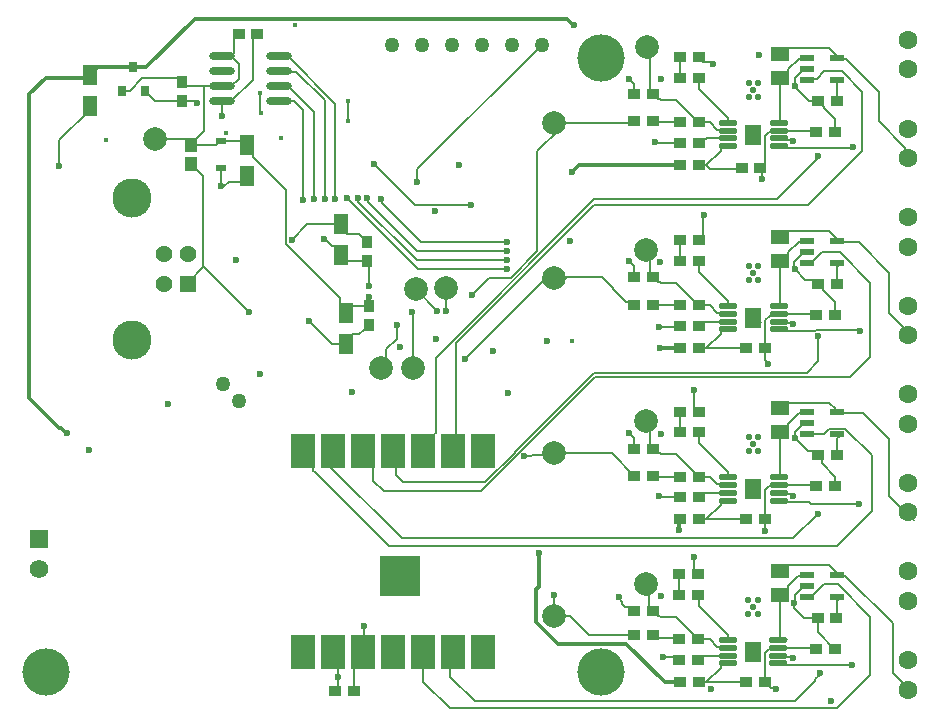
<source format=gbl>
G04*
G04 #@! TF.GenerationSoftware,Altium Limited,Altium Designer,24.8.2 (39)*
G04*
G04 Layer_Physical_Order=4*
G04 Layer_Color=16711680*
%FSLAX44Y44*%
%MOMM*%
G71*
G04*
G04 #@! TF.SameCoordinates,DE467F84-66AF-4C6A-BC95-973404F0CDF1*
G04*
G04*
G04 #@! TF.FilePolarity,Positive*
G04*
G01*
G75*
%ADD24C,2.0000*%
%ADD28R,1.0000X0.9500*%
G04:AMPARAMS|DCode=29|XSize=1.47mm|YSize=0.48mm|CornerRadius=0.06mm|HoleSize=0mm|Usage=FLASHONLY|Rotation=0.000|XOffset=0mm|YOffset=0mm|HoleType=Round|Shape=RoundedRectangle|*
%AMROUNDEDRECTD29*
21,1,1.4700,0.3600,0,0,0.0*
21,1,1.3500,0.4800,0,0,0.0*
1,1,0.1200,0.6750,-0.1800*
1,1,0.1200,-0.6750,-0.1800*
1,1,0.1200,-0.6750,0.1800*
1,1,0.1200,0.6750,0.1800*
%
%ADD29ROUNDEDRECTD29*%
G04:AMPARAMS|DCode=30|XSize=1.21mm|YSize=0.59mm|CornerRadius=0.0738mm|HoleSize=0mm|Usage=FLASHONLY|Rotation=0.000|XOffset=0mm|YOffset=0mm|HoleType=Round|Shape=RoundedRectangle|*
%AMROUNDEDRECTD30*
21,1,1.2100,0.4425,0,0,0.0*
21,1,1.0625,0.5900,0,0,0.0*
1,1,0.1475,0.5313,-0.2213*
1,1,0.1475,-0.5313,-0.2213*
1,1,0.1475,-0.5313,0.2213*
1,1,0.1475,0.5313,0.2213*
%
%ADD30ROUNDEDRECTD30*%
%ADD31R,0.9500X1.0000*%
%ADD34R,1.6002X1.2700*%
%ADD35R,1.2300X1.8000*%
%ADD40R,0.8300X0.6300*%
%ADD58C,1.2700*%
%ADD63R,1.5700X1.5700*%
%ADD64C,1.5700*%
%ADD69R,1.4300X1.7600*%
%ADD70C,0.2032*%
%ADD71C,0.3048*%
%ADD73C,4.0000*%
%ADD74C,1.6000*%
%ADD75C,1.4280*%
%ADD76R,1.4280X1.4280*%
%ADD77C,3.3160*%
%ADD78C,0.4500*%
%ADD79C,0.6000*%
%ADD80C,0.5500*%
%ADD85R,2.0000X3.0000*%
%ADD86R,2.0000X3.0000*%
%ADD87R,3.5000X3.5000*%
%ADD88O,2.2000X0.6000*%
%ADD89R,0.8000X0.9000*%
%ADD90R,1.0582X1.3061*%
D24*
X539000Y569000D02*
D03*
X368629Y364767D02*
D03*
X460000Y505000D02*
D03*
Y373534D02*
D03*
Y225000D02*
D03*
Y87255D02*
D03*
X343000Y364000D02*
D03*
X341000Y297000D02*
D03*
X314000D02*
D03*
X538000Y252000D02*
D03*
X537779Y114255D02*
D03*
X538000Y397000D02*
D03*
X122000Y491000D02*
D03*
D28*
X582500Y487750D02*
D03*
X566500D02*
D03*
X544000Y374000D02*
D03*
X528000D02*
D03*
X566500Y405250D02*
D03*
X582500D02*
D03*
X291000Y24000D02*
D03*
X275000D02*
D03*
X697779Y59255D02*
D03*
X681779D02*
D03*
X527932Y71240D02*
D03*
X543932D02*
D03*
X683279Y85506D02*
D03*
X699279D02*
D03*
X527779Y91255D02*
D03*
X543779D02*
D03*
X566278Y50005D02*
D03*
X582279D02*
D03*
X582279Y122506D02*
D03*
X566279D02*
D03*
X622779Y31256D02*
D03*
X638778D02*
D03*
X566278Y67505D02*
D03*
X582279D02*
D03*
X582779Y31256D02*
D03*
X566779D02*
D03*
X566278Y105006D02*
D03*
X582279D02*
D03*
X566500Y260250D02*
D03*
X582500D02*
D03*
X618849Y467000D02*
D03*
X634849D02*
D03*
X544000Y229000D02*
D03*
X528000D02*
D03*
X544000Y206000D02*
D03*
X528000D02*
D03*
Y529000D02*
D03*
X544000D02*
D03*
X528000Y506000D02*
D03*
X544000D02*
D03*
X682000Y197000D02*
D03*
X698000D02*
D03*
X699500Y223250D02*
D03*
X683500D02*
D03*
X582500Y560250D02*
D03*
X566500D02*
D03*
X683500Y523250D02*
D03*
X699500D02*
D03*
X698000Y497000D02*
D03*
X682000D02*
D03*
X582500Y187750D02*
D03*
X566500D02*
D03*
X639000Y169000D02*
D03*
X623000D02*
D03*
X566500Y542750D02*
D03*
X582500D02*
D03*
Y242750D02*
D03*
X566500D02*
D03*
X567000Y169000D02*
D03*
X583000D02*
D03*
X582500Y205250D02*
D03*
X566500D02*
D03*
Y332750D02*
D03*
X582500D02*
D03*
X566500Y350250D02*
D03*
X582500D02*
D03*
X583000Y314000D02*
D03*
X567000D02*
D03*
X528000Y351000D02*
D03*
X544000D02*
D03*
X566500Y387750D02*
D03*
X582500D02*
D03*
X583000Y469000D02*
D03*
X567000D02*
D03*
X566500Y505250D02*
D03*
X582500D02*
D03*
X623000Y314000D02*
D03*
X639000D02*
D03*
X698000Y342000D02*
D03*
X682000D02*
D03*
X683500Y368250D02*
D03*
X699500D02*
D03*
X209000Y580000D02*
D03*
X193000D02*
D03*
D29*
X650128Y47338D02*
D03*
Y53838D02*
D03*
Y60338D02*
D03*
Y66838D02*
D03*
X607128D02*
D03*
Y60338D02*
D03*
Y53838D02*
D03*
Y47338D02*
D03*
X650349Y185083D02*
D03*
Y191583D02*
D03*
Y198083D02*
D03*
Y204583D02*
D03*
X607349D02*
D03*
Y198083D02*
D03*
Y191583D02*
D03*
Y185083D02*
D03*
X650349Y330083D02*
D03*
Y336583D02*
D03*
Y343083D02*
D03*
Y349583D02*
D03*
X607349D02*
D03*
Y343083D02*
D03*
Y336583D02*
D03*
Y330083D02*
D03*
X650349Y485083D02*
D03*
Y491583D02*
D03*
Y498083D02*
D03*
Y504583D02*
D03*
X607349D02*
D03*
Y498083D02*
D03*
Y491583D02*
D03*
Y485083D02*
D03*
D30*
X699590Y103288D02*
D03*
Y122289D02*
D03*
X674490D02*
D03*
Y112788D02*
D03*
Y103288D02*
D03*
X699811Y386033D02*
D03*
Y405033D02*
D03*
X674712D02*
D03*
Y395533D02*
D03*
Y386033D02*
D03*
Y541033D02*
D03*
Y550533D02*
D03*
Y560033D02*
D03*
X699811D02*
D03*
Y541033D02*
D03*
Y241033D02*
D03*
Y260033D02*
D03*
X674712D02*
D03*
Y250533D02*
D03*
Y241033D02*
D03*
D31*
X302000Y403800D02*
D03*
Y387800D02*
D03*
X303416Y333779D02*
D03*
Y349779D02*
D03*
X145000Y539000D02*
D03*
Y523000D02*
D03*
D34*
X651117Y105345D02*
D03*
Y125666D02*
D03*
X651338Y263410D02*
D03*
Y243090D02*
D03*
Y543090D02*
D03*
Y563410D02*
D03*
Y408410D02*
D03*
Y388090D02*
D03*
D35*
X284000Y317800D02*
D03*
Y344000D02*
D03*
X280000Y392900D02*
D03*
Y419100D02*
D03*
X200000Y459900D02*
D03*
Y486100D02*
D03*
X67000Y518900D02*
D03*
Y545100D02*
D03*
D40*
X178000Y466850D02*
D03*
Y489150D02*
D03*
D58*
X449600Y571000D02*
D03*
X424200D02*
D03*
X398800D02*
D03*
X373400D02*
D03*
X348000D02*
D03*
X322600D02*
D03*
X193000Y269000D02*
D03*
X180000Y284000D02*
D03*
D63*
X24000Y152700D02*
D03*
D64*
Y127300D02*
D03*
D69*
X628628Y57088D02*
D03*
X628849Y194833D02*
D03*
Y339833D02*
D03*
Y494833D02*
D03*
D70*
X285807Y506194D02*
X286000Y506000D01*
X285613Y523500D02*
X285807Y523306D01*
Y506194D02*
Y523306D01*
X211000Y514668D02*
Y530000D01*
X205134Y475866D02*
X233000Y448000D01*
Y402000D02*
Y448000D01*
X361055Y345420D02*
Y345634D01*
X272000Y318000D02*
X281350D01*
X284000Y317800D02*
Y320650D01*
X253000Y337000D02*
X272000Y318000D01*
X281350D02*
X284000Y320650D01*
X344444Y465844D02*
X449600Y571000D01*
X344444Y455000D02*
Y465844D01*
X541000Y532000D02*
Y564000D01*
X699286Y146286D02*
X729000Y176000D01*
X257427Y209000D02*
X320141Y146286D01*
X699286D01*
X434857Y222441D02*
X441019D01*
X441921Y223343D02*
X466825D01*
X429714Y224330D02*
Y224774D01*
X441019Y222441D02*
X441921Y223343D01*
X429714Y224774D02*
X494940Y290000D01*
X711000D01*
X563291Y52993D02*
X566278Y50005D01*
X552516Y52993D02*
X563291D01*
X460000Y87255D02*
Y105000D01*
Y87255D02*
X473697D01*
X331000Y153000D02*
X662500D01*
X683500Y174000D01*
X271000Y213000D02*
X331000Y153000D01*
X473697Y87255D02*
X489713Y71240D01*
X527932D01*
X493678Y293048D02*
X674048D01*
X332057Y200502D02*
X401575D01*
X466825Y223343D02*
X467584Y222584D01*
X316000Y193000D02*
X398384D01*
X426666Y225592D02*
Y226036D01*
X493678Y293048D01*
X398384Y193000D02*
X429714Y224330D01*
X401575Y200502D02*
X426666Y225592D01*
X470000Y374286D02*
X500714D01*
X510000Y364274D02*
Y365000D01*
X525868Y353132D02*
X528000Y351000D01*
X521142Y353132D02*
X525868D01*
X500714Y374286D02*
X510000Y365000D01*
X460752Y374286D02*
X470000D01*
X510000Y364274D02*
X521142Y353132D01*
X460752Y373534D02*
X470000D01*
X460000D02*
X460752Y374286D01*
X453550Y373534D02*
X460752D01*
X423534D02*
X446000Y396000D01*
X494310Y440000D02*
X648640D01*
X377000Y318379D02*
X493621Y435000D01*
X377000Y227000D02*
Y318379D01*
X405087Y373534D02*
X423534D01*
X446000Y396000D02*
Y481000D01*
X360000Y242174D02*
Y305690D01*
X494310Y440000D01*
X493621Y435000D02*
X675415D01*
X345000Y381000D02*
X420610D01*
X349400Y232000D02*
X358384Y240984D01*
X349400Y227000D02*
Y232000D01*
X358384Y240984D02*
X358810D01*
X360000Y242174D01*
X675415Y435000D02*
X721000Y480585D01*
X465000Y500000D02*
X470000Y505000D01*
X446000Y481000D02*
X465000Y500000D01*
X372000Y36000D02*
X393080Y14920D01*
X663920D01*
X681350Y32350D01*
X342960Y363730D02*
X361055Y345634D01*
X368629Y345682D02*
Y364767D01*
X372000Y368138D02*
Y373000D01*
X368629Y364767D02*
X372000Y368138D01*
X385016Y305000D02*
X453550Y373534D01*
X272302Y400598D02*
X274866D01*
X264465Y408435D02*
X272302Y400598D01*
X274866D02*
X280000Y395464D01*
Y392900D02*
Y395464D01*
X634849Y467000D02*
X636000Y465849D01*
Y457000D02*
Y465849D01*
X635469Y457000D02*
X636000D01*
X639000Y467000D02*
Y484723D01*
X592000Y466000D02*
X618965D01*
X589000Y469000D02*
X592000Y466000D01*
X318000Y313000D02*
X327000Y322000D01*
X318000Y302000D02*
Y313000D01*
X327000Y322000D02*
Y334000D01*
X291125Y49525D02*
X299000Y57400D01*
X291125Y23875D02*
Y49525D01*
X273200Y57000D02*
X277000Y53200D01*
Y24000D02*
Y53200D01*
X315000Y299000D02*
X318000Y302000D01*
X285000Y441000D02*
X345000Y381000D01*
X343759Y388730D02*
X420000D01*
X294568Y437921D02*
X343759Y388730D01*
X343943Y396057D02*
X420554D01*
X302391Y437609D02*
X343943Y396057D01*
X314391Y436609D02*
X347200Y403800D01*
X420113D01*
X251286Y419000D02*
X279900D01*
X238286Y406000D02*
X251286Y419000D01*
X279900D02*
X280000Y419100D01*
X275000Y22321D02*
X277000Y20321D01*
X275000Y22321D02*
Y24000D01*
X280000Y392934D02*
X285134Y387800D01*
X178000Y489150D02*
X196950D01*
X177000D02*
X178000D01*
X648640Y440000D02*
X684000Y475360D01*
X586484Y408984D02*
Y426484D01*
X587000Y427000D01*
X684000Y475360D02*
Y476434D01*
X650349Y485083D02*
X651503Y483929D01*
X712930D01*
X713000Y484000D01*
X661505Y489216D02*
X662579D01*
X651733Y490199D02*
X660522D01*
X661505Y489216D01*
X650349Y491583D02*
X651733Y490199D01*
X664137Y536266D02*
Y543059D01*
X671612Y550533D01*
X663865Y535135D02*
X675750Y523250D01*
X683750D01*
X663865Y535994D02*
X664137Y536266D01*
X663865Y535135D02*
Y535994D01*
X661505Y334216D02*
X662579D01*
X650349Y330083D02*
X651503Y328930D01*
X660522Y335199D02*
X661505Y334216D01*
X681300Y328930D02*
X681674Y329304D01*
X651503Y328930D02*
X681300D01*
X651733Y335199D02*
X660522D01*
X718696Y329304D02*
X719000Y329000D01*
X681674Y329304D02*
X718696D01*
X650349Y336583D02*
X651733Y335199D01*
X677690Y182000D02*
X718000D01*
X675760Y183930D02*
X677690Y182000D01*
X647019Y26045D02*
X647779Y25286D01*
X639029Y31256D02*
X644239Y26045D01*
X647019D01*
X372016Y9000D02*
X700000D01*
X349400Y31616D02*
X372016Y9000D01*
X700000D02*
X728000Y37000D01*
X681350Y32350D02*
Y33965D01*
X685000Y37616D02*
Y38689D01*
X681350Y33965D02*
X685000Y37616D01*
X661284Y51471D02*
X662357D01*
X651512Y52454D02*
X660300D01*
X661284Y51471D01*
X650128Y47338D02*
X651281Y46185D01*
X650128Y53838D02*
X651512Y52454D01*
X651281Y46185D02*
X711815D01*
X712000Y46000D01*
X663578Y93971D02*
X672043Y85506D01*
X663312Y98195D02*
X663578Y97929D01*
Y93971D02*
Y97929D01*
X663860Y105259D02*
X671390Y112788D01*
X663021Y98250D02*
X663860Y99089D01*
Y105259D01*
X660522Y190199D02*
X661505Y189216D01*
X650349Y191583D02*
X651733Y190199D01*
X660522D01*
X650349Y185083D02*
X651503Y183930D01*
X661505Y189216D02*
X662579D01*
X651503Y183930D02*
X675760D01*
X257000Y440367D02*
Y513650D01*
X235000Y535650D02*
X257000Y513650D01*
X266000Y440367D02*
Y524253D01*
X242078Y548175D02*
X266000Y524253D01*
X274895Y440158D02*
Y521130D01*
X234975Y561050D02*
X274895Y521130D01*
X227000Y561050D02*
X234975D01*
X240050Y522950D02*
X247680Y515321D01*
Y439720D02*
Y515321D01*
X342714Y435286D02*
X365298D01*
X365583Y435000D01*
X390000D01*
X308000Y470000D02*
X342714Y435286D01*
X391000Y359447D02*
X405087Y373534D01*
X314000Y440000D02*
X314391Y439609D01*
Y436609D02*
Y439609D01*
X340365Y297635D02*
Y344365D01*
X339730Y345000D02*
X340365Y344365D01*
Y297635D02*
X341000Y297000D01*
X582750Y405250D02*
X586484Y408984D01*
X582500Y405250D02*
X582750D01*
X280000Y416250D02*
Y419100D01*
Y416250D02*
X285134Y411116D01*
X294934D01*
X302000Y404050D01*
Y403800D02*
Y404050D01*
X307005Y201995D02*
X316000Y193000D01*
X307005Y201995D02*
Y218595D01*
X298600Y227000D02*
X307005Y218595D01*
X257427Y209000D02*
X257427D01*
X256237Y210190D02*
X257427Y209000D01*
X247800Y227000D02*
X256237Y218563D01*
Y210190D02*
Y218563D01*
X639000Y159266D02*
Y168779D01*
X467584Y222584D02*
X470000Y225000D01*
X349400Y31616D02*
Y53000D01*
X372000Y36000D02*
Y53000D01*
X303352Y367066D02*
Y386448D01*
X163000Y383795D02*
X201794Y345000D01*
X202000D01*
X544750Y205250D02*
X566500D01*
X543750Y206250D02*
X544750Y205250D01*
X326000Y206559D02*
Y226000D01*
Y206559D02*
X332057Y200502D01*
X271000Y213000D02*
Y226000D01*
X703862Y548424D02*
X721000Y531286D01*
Y480585D02*
Y531286D01*
X675769Y542091D02*
X682468D01*
X688801Y548424D01*
X703862D01*
X674712Y541033D02*
X675769Y542091D01*
X391000Y359000D02*
Y359447D01*
X299000Y57400D02*
Y79000D01*
X683581Y368419D02*
X687484Y364516D01*
X299682Y329795D02*
X303416Y333529D01*
X299432Y329795D02*
X299682D01*
X284000Y320650D02*
X289134Y325784D01*
X303416Y333529D02*
Y333779D01*
X295420Y325784D02*
X299432Y329795D01*
X289134Y325784D02*
X295420D01*
X700320Y114000D02*
X728000Y86320D01*
Y37000D02*
Y86320D01*
X747000Y39000D02*
X762514Y23486D01*
X747000Y39000D02*
Y81079D01*
X706757Y121321D02*
X747000Y81079D01*
X702323Y123256D02*
X704257Y121321D01*
X706757D01*
X688302Y114000D02*
X700320D01*
X674490Y103288D02*
X677590D01*
X688302Y114000D01*
X711000Y290000D02*
X728000Y307000D01*
X702211Y395075D02*
X728000Y369286D01*
Y307000D02*
Y369286D01*
X717934Y404066D02*
X744000Y378000D01*
X704478Y404066D02*
X717934D01*
X744000Y344000D02*
Y378000D01*
Y344000D02*
X760000Y328000D01*
X744000Y189000D02*
Y237000D01*
Y189000D02*
X759000Y174000D01*
X721934Y259066D02*
X744000Y237000D01*
X729000Y176000D02*
Y223286D01*
X578295Y126240D02*
Y137000D01*
X706271Y246015D02*
X729000Y223286D01*
X700779Y259066D02*
X721934D01*
X693352Y246015D02*
X706271D01*
X688370Y241033D02*
X693352Y246015D01*
X674712Y241033D02*
X688370D01*
X638889Y168889D02*
X639000Y168779D01*
X578295Y126240D02*
X582029Y122506D01*
X639000Y169000D02*
Y184723D01*
Y303803D02*
Y337505D01*
X655707Y130255D02*
X692843D01*
X652768Y105345D02*
X658102Y110680D01*
X650073Y67592D02*
X650486D01*
X658102Y112331D02*
X667093Y121321D01*
X658102Y110680D02*
Y112331D01*
X524000Y387750D02*
X528000Y383750D01*
Y374000D02*
Y383750D01*
X683864Y302864D02*
Y324018D01*
X674048Y293048D02*
X683864Y302864D01*
X470000Y225000D02*
X509000D01*
X704178Y404366D02*
X704478Y404066D01*
X760000Y325000D02*
Y328000D01*
X677812Y386033D02*
X686853Y395075D01*
X702211D01*
X674712Y386033D02*
X677812D01*
X707165Y558572D02*
X735000Y530737D01*
Y506250D02*
X757614Y483636D01*
X735000Y506250D02*
Y530737D01*
X757614Y477386D02*
X760000Y475000D01*
X757614Y477386D02*
Y483636D01*
X683750Y523250D02*
X688801Y518199D01*
Y517015D02*
X698000Y507816D01*
X688801Y517015D02*
Y518199D01*
X698000Y497000D02*
Y507816D01*
X578516Y263984D02*
Y278638D01*
X639000Y303803D02*
X641000Y301803D01*
Y301000D02*
Y301803D01*
X578516Y263984D02*
X582250Y260250D01*
X582500D01*
X639000Y337505D02*
X643193Y341699D01*
X648965D02*
X650349Y343083D01*
X643193Y341699D02*
X648965D01*
X41000Y490050D02*
X67000Y516050D01*
Y518900D01*
X41000Y468000D02*
Y490050D01*
X700000Y368250D02*
Y383132D01*
Y223250D02*
Y238132D01*
X699500Y223250D02*
X700000D01*
X699779Y85506D02*
Y100387D01*
X700000Y383132D02*
X701934Y385066D01*
X699811Y539099D02*
X700779Y540066D01*
X700000Y238132D02*
X701934Y240066D01*
X699779Y100387D02*
X701713Y102322D01*
X582029Y122506D02*
X582279D01*
X683279Y73505D02*
X697529Y59255D01*
X683279Y73505D02*
Y85506D01*
X697529Y59255D02*
X697779D01*
X543779Y68256D02*
X565529D01*
X566278Y67505D01*
X566279Y103969D02*
Y121469D01*
X582779Y95605D02*
Y106151D01*
X588779Y31256D02*
X622779D01*
X514779Y102452D02*
Y103256D01*
Y102452D02*
X517920Y99311D01*
Y97114D02*
Y99311D01*
Y97114D02*
X520045Y94989D01*
X524045D02*
X527779Y91255D01*
X520045Y94989D02*
X524045D01*
X540779Y94255D02*
Y112255D01*
Y94255D02*
X543779Y91255D01*
X651117Y125666D02*
X655707Y130255D01*
X651117Y105345D02*
X652768D01*
X667093Y121321D02*
X678557D01*
X698623Y123256D02*
X700557Y121321D01*
X703657D01*
X701713Y102322D02*
X703657D01*
X698623Y123256D02*
Y124475D01*
X692843Y130255D02*
X698623Y124475D01*
X586263Y53740D02*
X588263D01*
X588361Y53838D01*
X585779Y53256D02*
X586263Y53740D01*
X588779Y31256D02*
X601172Y43649D01*
X582779Y31256D02*
X588779D01*
X563279Y86505D02*
X578294Y71490D01*
X582779Y95605D02*
X607128Y71255D01*
X585779Y51255D02*
Y53256D01*
X578294Y71240D02*
Y71490D01*
Y71240D02*
X582029Y67505D01*
X582279D02*
X591880D01*
X606076Y61390D02*
X607128Y60338D01*
X591880Y67505D02*
X597995Y61390D01*
X606076D01*
X582029Y67505D02*
X582279D01*
X602556Y47338D02*
X607128D01*
X601172Y45954D02*
X602556Y47338D01*
X588361Y53838D02*
X607128D01*
Y66838D02*
Y71255D01*
X638778Y31256D02*
X639029D01*
X638778Y46978D02*
X638826Y47026D01*
X638778Y31256D02*
Y46978D01*
X641867Y59286D02*
X649076D01*
X650128Y60338D01*
X613287Y68047D02*
X614329Y67006D01*
X638826Y47026D02*
Y56245D01*
X601172Y43649D02*
Y45954D01*
X545050Y90234D02*
X547763Y87521D01*
X549263D01*
X550279Y86505D02*
X563279D01*
X549263Y87521D02*
X550279Y86505D01*
X680696Y60338D02*
X681779Y59255D01*
X651117Y68222D02*
Y105345D01*
X650128Y60338D02*
X680696D01*
X638826Y56245D02*
X641867Y59286D01*
X650486Y67592D02*
X651117Y68222D01*
X656287Y68047D02*
X657329Y67006D01*
X672043Y85506D02*
X683279D01*
X671390Y112788D02*
X674490D01*
X700779Y540066D02*
X703878D01*
X699500Y523250D02*
X699811Y523562D01*
Y539099D01*
X699500Y523250D02*
X701273D01*
X663842Y380943D02*
X672801Y371984D01*
X663488Y381297D02*
X663842Y380943D01*
X683500Y223250D02*
X686717Y220033D01*
X679766Y226984D02*
X683500Y223250D01*
X686717Y216642D02*
Y220033D01*
X698000Y197000D02*
Y205359D01*
X686717Y216642D02*
X698000Y205359D01*
X674761Y226984D02*
X679766D01*
X664000Y237745D02*
X674761Y226984D01*
X664121Y243043D02*
X671612Y250533D01*
X664121Y237866D02*
Y243043D01*
X671612Y250533D02*
X674712D01*
X664000Y237745D02*
X664121Y237866D01*
X672801Y371984D02*
X679766D01*
X683500Y368250D01*
X663488Y381297D02*
Y387410D01*
X669678Y393599D01*
Y393599D01*
X671612Y395533D01*
X674712D01*
X650708Y350336D02*
X651338Y350967D01*
Y388090D02*
X652989D01*
X650294Y350336D02*
X650708D01*
X651338Y350967D02*
Y388090D01*
X693064Y413000D02*
X698845Y407220D01*
Y406000D02*
Y407220D01*
X700779Y404066D02*
X703878D01*
X698845Y406000D02*
X700779Y404066D01*
X655928Y413000D02*
X693064D01*
X659845Y198083D02*
X660288Y198526D01*
X680474D02*
X682000Y197000D01*
X660288Y198526D02*
X680474D01*
X650349Y198083D02*
X659845D01*
X701934Y385066D02*
X703878D01*
X658323Y395075D02*
X667314Y404066D01*
X658323Y393424D02*
Y395075D01*
X652989Y388090D02*
X658323Y393424D01*
X639047Y484770D02*
Y493990D01*
X642088Y497031D02*
X649297D01*
X639047Y493990D02*
X642088Y497031D01*
X649297D02*
X650349Y498083D01*
X639000Y484723D02*
X639047Y484770D01*
X671612Y550533D02*
X674712D01*
X547619Y487750D02*
X566500D01*
X545684Y488882D02*
X546487D01*
X547619Y487750D01*
X701273Y558572D02*
X707165D01*
X698845Y561000D02*
X701273Y558572D01*
X650349Y498083D02*
X680917D01*
X682000Y497000D01*
X759000Y174000D02*
X764594Y168407D01*
X698845Y261000D02*
X700779Y259066D01*
X509000Y225000D02*
X528000Y206000D01*
Y229000D02*
Y238000D01*
X524000Y242000D02*
X528000Y238000D01*
X470000Y505000D02*
X527000D01*
X528000Y506000D01*
X545271Y527979D02*
X547984Y525266D01*
X528000Y529000D02*
Y537713D01*
X541000Y532000D02*
X544000Y529000D01*
X547984Y525266D02*
X549484D01*
X524000Y541713D02*
X528000Y537713D01*
X549484Y525266D02*
X550500Y524250D01*
X566500Y541713D02*
Y559213D01*
X582500Y560250D02*
X586234Y556516D01*
X578516Y508984D02*
Y509234D01*
Y508984D02*
X582250Y505250D01*
X544000Y506000D02*
X544750Y505250D01*
X563500Y524250D02*
X578516Y509234D01*
X582250Y505250D02*
X582500D01*
X544750D02*
X566500D01*
X550500Y524250D02*
X563500D01*
X541000Y377000D02*
Y395000D01*
X582500Y505250D02*
X592101D01*
X658323Y550075D02*
X667314Y559066D01*
X678779D01*
X651338Y543090D02*
X652989D01*
X658323Y548424D01*
X651338Y505967D02*
Y543090D01*
X658323Y548424D02*
Y550075D01*
X656508Y505792D02*
X657550Y504750D01*
X687484Y363304D02*
Y364516D01*
Y363304D02*
X698000Y352788D01*
X656508Y350792D02*
X657550Y349750D01*
X547984Y370266D02*
X549484D01*
X592101Y350250D02*
X598216Y344135D01*
X606297D01*
X550500Y369250D02*
X563500D01*
X578516Y354234D01*
X582250Y350250D02*
X582500D01*
X578516Y353984D02*
X582250Y350250D01*
X578516Y353984D02*
Y354234D01*
X582500Y350250D02*
X592101D01*
X607349Y349583D02*
Y354000D01*
X549484Y370266D02*
X550500Y369250D01*
X602777Y330083D02*
X607349D01*
X601394Y328699D02*
X602777Y330083D01*
X586000Y336000D02*
X586484Y336484D01*
X588484D01*
X588583Y336583D01*
X607349D01*
X586000Y334000D02*
Y336000D01*
X633849Y334833D02*
Y335449D01*
X634983Y336583D01*
X565750Y332000D02*
X566500Y332750D01*
X549000Y332000D02*
X565750D01*
X698000Y342000D02*
Y352788D01*
X650349Y343083D02*
X680917D01*
X682000Y342000D01*
X613508Y350792D02*
X614550Y349750D01*
X606297Y344135D02*
X607349Y343083D01*
X601394Y326394D02*
Y328699D01*
X583000Y533349D02*
X607349Y509000D01*
Y504583D02*
Y509000D01*
X613508Y505792D02*
X614550Y504750D01*
X583000Y469000D02*
X589000D01*
X602777Y485083D02*
X607349D01*
X601394Y483699D02*
X602777Y485083D01*
X592101Y505250D02*
X598216Y499135D01*
X586484Y491484D02*
X588484D01*
X586000Y489000D02*
Y491000D01*
X589000Y469000D02*
X601394Y481394D01*
X588484Y491484D02*
X588583Y491583D01*
X607349D01*
X598216Y499135D02*
X606297D01*
X586000Y491000D02*
X586484Y491484D01*
X601394Y481394D02*
Y483699D01*
X606297Y499135D02*
X607349Y498083D01*
X583000Y533349D02*
Y543896D01*
X592681Y556516D02*
X594197Y555000D01*
X595000D01*
X586234Y556516D02*
X592681D01*
X650708Y505336D02*
X651338Y505967D01*
X650294Y505336D02*
X650708D01*
X651338Y563410D02*
X655928Y568000D01*
X698845Y561000D02*
Y562220D01*
X655928Y568000D02*
X693064D01*
X698845Y562220D01*
X667314Y404066D02*
X678779D01*
X651338Y408410D02*
X655928Y413000D01*
X650294Y205336D02*
X650708D01*
X613508Y205792D02*
X614550Y204750D01*
X656508Y205792D02*
X657550Y204750D01*
X650708Y205336D02*
X651338Y205967D01*
X701934Y240066D02*
X703878D01*
X652989Y243090D02*
X658323Y248424D01*
X651338Y205967D02*
Y243090D01*
X652989D01*
X658323Y250075D02*
X667314Y259066D01*
X658323Y248424D02*
Y250075D01*
X655928Y268000D02*
X693064D01*
X651338Y263410D02*
X655928Y268000D01*
X693064D02*
X698845Y262220D01*
X667314Y259066D02*
X678779D01*
X698845Y261000D02*
Y262220D01*
X566500Y386713D02*
Y404213D01*
X586000Y191000D02*
X586484Y191484D01*
X588484D01*
X586000Y189000D02*
Y191000D01*
X583000Y233349D02*
X607349Y209000D01*
Y204583D02*
Y209000D01*
X588484Y191484D02*
X588583Y191583D01*
X598216Y199135D02*
X606297D01*
X607349Y198083D01*
X592101Y205250D02*
X598216Y199135D01*
X589000Y169000D02*
X601394Y181394D01*
X582500Y205250D02*
X592101D01*
X578516Y208984D02*
Y209234D01*
Y208984D02*
X582250Y205250D01*
X582500D01*
X563500Y224250D02*
X578516Y209234D01*
X550500Y224250D02*
X563500D01*
X545271Y227979D02*
X547984Y225266D01*
X541000Y232000D02*
X544000Y229000D01*
X583000Y233349D02*
Y243896D01*
X549484Y225266D02*
X550500Y224250D01*
X547984Y225266D02*
X549484D01*
X588583Y191583D02*
X607349D01*
X549803Y188882D02*
X550935Y187750D01*
X566500D01*
X549000Y188882D02*
X549803D01*
X602777Y185083D02*
X607349D01*
X601394Y183699D02*
X602777Y185083D01*
X601394Y181394D02*
Y183699D01*
X583000Y169000D02*
X589000D01*
X639000Y184723D02*
X639047Y184770D01*
X541000Y232000D02*
Y250000D01*
X566500Y241713D02*
Y259214D01*
X544346Y350250D02*
X566500D01*
X545271Y372979D02*
X547984Y370266D01*
X544289Y350307D02*
X544346Y350250D01*
X541000Y377000D02*
X544000Y374000D01*
X589000Y169000D02*
X623000D01*
X639047Y184770D02*
Y193990D01*
X642088Y197031D01*
X649297D01*
X650349Y198083D01*
X583000Y378349D02*
X607349Y354000D01*
X583000Y378349D02*
Y388896D01*
X589000Y314000D02*
X623000D01*
X583000D02*
X589000D01*
X601394Y326394D01*
X179000Y511000D02*
Y522950D01*
X193048Y541698D02*
Y555002D01*
X187000Y561050D02*
X193048Y555002D01*
X179000Y522950D02*
X187000D01*
X205016Y540966D02*
Y576266D01*
X186463Y561587D02*
X189016Y564140D01*
X208750Y580000D02*
X209000D01*
X187000Y522950D02*
X205016Y540966D01*
X185926Y561050D02*
X186463Y561587D01*
X205016Y576266D02*
X208750Y580000D01*
X195100Y455000D02*
X200000Y459900D01*
X184524Y455000D02*
X195100D01*
X180524Y451000D02*
X184524Y455000D01*
X178000Y451000D02*
X180524D01*
X178000D02*
Y466850D01*
X163000Y383795D02*
Y460239D01*
Y382600D02*
Y383795D01*
X185926Y561050D02*
X187000D01*
X189016Y576266D02*
X192750Y580000D01*
X189016Y564140D02*
Y576266D01*
X179000Y561050D02*
X185926D01*
X192750Y580000D02*
X193000D01*
X100689Y532000D02*
X111690Y543000D01*
X233000Y402000D02*
X278866Y356134D01*
X196950Y489150D02*
X205134Y480966D01*
Y475866D02*
Y480966D01*
X278866Y351984D02*
Y356134D01*
Y351984D02*
X283638Y347212D01*
X286567D02*
X289134Y349779D01*
X283638Y347212D02*
X286567D01*
X302000Y387800D02*
X303352Y386448D01*
X303416Y349779D02*
Y356970D01*
X285134Y387800D02*
X302000D01*
X289134Y349779D02*
X303416D01*
X294568Y437921D02*
Y440432D01*
X302391Y437609D02*
Y440609D01*
X302000Y441000D02*
X302391Y440609D01*
X294000Y441000D02*
X294568Y440432D01*
X157197Y522000D02*
X158000D01*
X145000Y523000D02*
X156197D01*
X157197Y522000D01*
X153000Y487000D02*
X163675Y497675D01*
Y535650D01*
X227175Y548175D02*
X242078D01*
X227000Y548350D02*
X227175Y548175D01*
X224083Y535650D02*
X235000D01*
X227000Y522950D02*
X240050D01*
X122500Y523000D02*
X145000D01*
X113500Y532000D02*
X122500Y523000D01*
X141266Y542984D02*
X145000Y539250D01*
X140076Y543000D02*
X140092Y542984D01*
X141266D01*
X145000Y539000D02*
Y539250D01*
X111690Y543000D02*
X140076D01*
X145000Y539000D02*
X148350Y535650D01*
X94500Y532000D02*
X100689D01*
X163675Y535650D02*
X179000D01*
X148350D02*
X163675D01*
X153000Y486725D02*
Y487000D01*
Y485761D02*
Y486725D01*
X179000Y535650D02*
X187000D01*
X173611Y485761D02*
X177000Y489150D01*
X153000Y485761D02*
X173611D01*
X187000Y535650D02*
X193048Y541698D01*
X148725Y491000D02*
X153000Y486725D01*
X122000Y491000D02*
X148725D01*
X149100Y368700D02*
X163000Y382600D01*
X153000Y470239D02*
X163000Y460239D01*
D71*
X114942Y552000D02*
X155986Y593044D01*
X471336D01*
X476380Y588000D01*
X477000D01*
X447000Y112091D02*
Y141000D01*
X445000Y82255D02*
Y110091D01*
X447000Y112091D01*
X463303Y63952D02*
X521048D01*
X553745Y31256D02*
X566779D01*
X521048Y63952D02*
X553745Y31256D01*
X445000Y82255D02*
X463303Y63952D01*
X566279Y160000D02*
Y168279D01*
X567000Y169000D01*
X475000Y463000D02*
X481151Y469151D01*
X566849D01*
X567000Y469000D01*
X550000Y314000D02*
X567000D01*
X41214Y246321D02*
X42839D01*
X46660Y242500D02*
X47571D01*
X42839Y246321D02*
X46660Y242500D01*
X16000Y271536D02*
X41214Y246321D01*
X30100Y543100D02*
X65000D01*
X73900Y552000D01*
X104000D02*
X114942D01*
X73900D02*
X104000D01*
X16000Y271536D02*
Y529000D01*
X30100Y543100D01*
D73*
X30000Y40000D02*
D03*
X500000D02*
D03*
Y560000D02*
D03*
D74*
X760000Y25000D02*
D03*
Y50000D02*
D03*
Y175000D02*
D03*
Y200000D02*
D03*
Y325000D02*
D03*
Y350000D02*
D03*
Y475000D02*
D03*
Y500000D02*
D03*
Y100000D02*
D03*
Y125000D02*
D03*
Y250000D02*
D03*
Y275000D02*
D03*
Y400000D02*
D03*
Y425000D02*
D03*
Y550000D02*
D03*
Y575000D02*
D03*
D75*
X150000Y393700D02*
D03*
X130000D02*
D03*
Y368700D02*
D03*
D76*
X150000D02*
D03*
D77*
X102900Y441400D02*
D03*
Y321000D02*
D03*
D78*
X229000Y492000D02*
D03*
X81000Y490000D02*
D03*
X241000Y588000D02*
D03*
X286000Y506000D02*
D03*
X285613Y523500D02*
D03*
X212000Y513000D02*
D03*
X211000Y530000D02*
D03*
X475000Y320000D02*
D03*
X182000Y495820D02*
D03*
D79*
X361055Y345420D02*
D03*
X253000Y337000D02*
D03*
X211000Y292000D02*
D03*
X344444Y455000D02*
D03*
X447000Y141000D02*
D03*
X434857Y222441D02*
D03*
X552516Y52993D02*
D03*
X460000Y105000D02*
D03*
X566279Y160000D02*
D03*
X420000Y381000D02*
D03*
X473888Y405000D02*
D03*
X475000Y463000D02*
D03*
X477000Y588000D02*
D03*
X454000Y320000D02*
D03*
X550000Y314000D02*
D03*
X368629Y345682D02*
D03*
X265000Y406452D02*
D03*
X636000Y457000D02*
D03*
X330000Y315000D02*
D03*
X277000Y36000D02*
D03*
X238286Y406000D02*
D03*
X587000Y427000D02*
D03*
X684000Y476434D02*
D03*
X713000Y484000D02*
D03*
X662579Y489216D02*
D03*
X663865Y535994D02*
D03*
X662579Y334216D02*
D03*
X719000Y329000D02*
D03*
X718000Y182000D02*
D03*
X592779Y25286D02*
D03*
X647779D02*
D03*
X695000Y15000D02*
D03*
X685000Y38689D02*
D03*
X662357Y51471D02*
D03*
X663312Y98195D02*
D03*
X662579Y189216D02*
D03*
X257000Y440367D02*
D03*
X266000D02*
D03*
X274895Y440158D02*
D03*
X247680Y439720D02*
D03*
X359444Y430000D02*
D03*
X420000Y396000D02*
D03*
Y388730D02*
D03*
Y403800D02*
D03*
X385016Y305000D02*
D03*
X339730Y345000D02*
D03*
X47571Y242500D02*
D03*
X421000Y276000D02*
D03*
X289134Y277000D02*
D03*
X639000Y159266D02*
D03*
X408224Y311876D02*
D03*
X303352Y367066D02*
D03*
X191000Y389000D02*
D03*
X202000Y345000D02*
D03*
X391000Y359000D02*
D03*
X299000Y79000D02*
D03*
X712000Y46000D02*
D03*
X578295Y137000D02*
D03*
X683500Y174000D02*
D03*
X524000Y387750D02*
D03*
X549484Y386713D02*
D03*
X578516Y278638D02*
D03*
X641000Y301000D02*
D03*
X683864Y324018D02*
D03*
X360000Y322000D02*
D03*
X380000Y469000D02*
D03*
X701934Y368250D02*
D03*
X700000Y223250D02*
D03*
X699279Y85506D02*
D03*
X514779Y103256D02*
D03*
X550279Y103969D02*
D03*
X701273Y523250D02*
D03*
X664000Y237745D02*
D03*
X663842Y380943D02*
D03*
X545684Y488882D02*
D03*
X524000Y242000D02*
D03*
X550500Y541713D02*
D03*
X595000Y555000D02*
D03*
X524000Y541713D02*
D03*
X633849Y562307D02*
D03*
X549000Y188882D02*
D03*
X550500Y241713D02*
D03*
X549000Y332000D02*
D03*
X179000Y511000D02*
D03*
X66000Y228000D02*
D03*
X133000Y267000D02*
D03*
X41000Y468000D02*
D03*
X178000Y451000D02*
D03*
X303416Y356970D02*
D03*
X327000Y334000D02*
D03*
X308000Y470000D02*
D03*
X158000Y522000D02*
D03*
X314000Y440000D02*
D03*
X302000Y441000D02*
D03*
X294000D02*
D03*
X285000D02*
D03*
X390000Y435000D02*
D03*
D80*
X628628Y57088D02*
D03*
X624628Y51088D02*
D03*
X632628D02*
D03*
Y63088D02*
D03*
X624628D02*
D03*
X628849Y194833D02*
D03*
X624849Y188833D02*
D03*
X632849D02*
D03*
Y200833D02*
D03*
X624849D02*
D03*
X628849Y339833D02*
D03*
X624849Y333833D02*
D03*
X632849D02*
D03*
Y345833D02*
D03*
X624849D02*
D03*
X628849Y494833D02*
D03*
X624849Y488833D02*
D03*
X632849D02*
D03*
Y500833D02*
D03*
X624849D02*
D03*
X628628Y95000D02*
D03*
X624628Y101000D02*
D03*
X632628D02*
D03*
Y89000D02*
D03*
X624628D02*
D03*
X628849Y232745D02*
D03*
X624849Y238745D02*
D03*
X632849D02*
D03*
Y226745D02*
D03*
X624849D02*
D03*
X628849Y377745D02*
D03*
X624849Y383745D02*
D03*
X632849D02*
D03*
Y371745D02*
D03*
X624849D02*
D03*
X628849Y532744D02*
D03*
X624849Y538745D02*
D03*
X632849D02*
D03*
Y526744D02*
D03*
X624849D02*
D03*
D85*
X247800Y227000D02*
D03*
D86*
X324000D02*
D03*
X298600D02*
D03*
X273200D02*
D03*
X349400D02*
D03*
X374800D02*
D03*
X400200D02*
D03*
X247800Y57000D02*
D03*
X273200D02*
D03*
X298600D02*
D03*
X349400D02*
D03*
X374800D02*
D03*
X400200D02*
D03*
X324000D02*
D03*
D87*
X330000Y121000D02*
D03*
D88*
X179000Y522950D02*
D03*
Y535650D02*
D03*
Y548350D02*
D03*
Y561050D02*
D03*
X227000Y522950D02*
D03*
Y535650D02*
D03*
Y548350D02*
D03*
Y561050D02*
D03*
D89*
X104000Y552000D02*
D03*
X94500Y532000D02*
D03*
X113500D02*
D03*
D90*
X153000Y485761D02*
D03*
Y470239D02*
D03*
M02*

</source>
